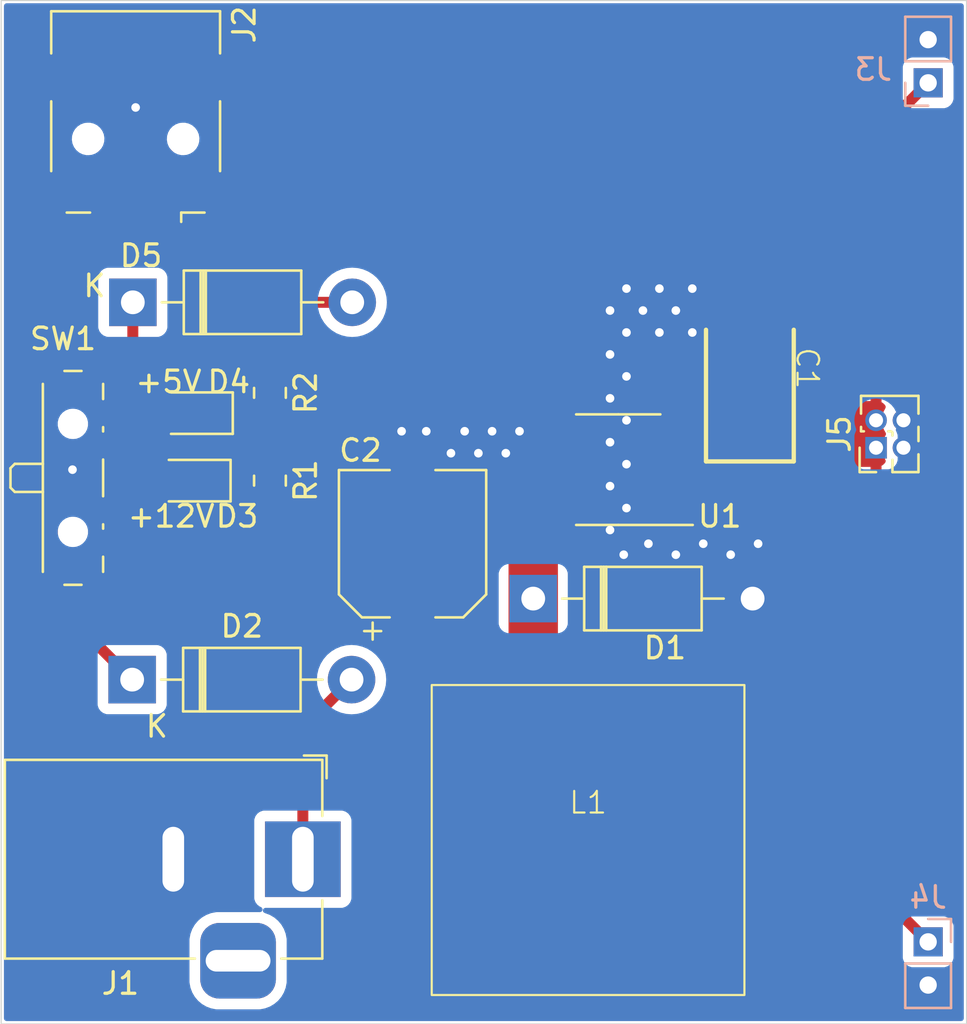
<source format=kicad_pcb>
(kicad_pcb (version 20221018) (generator pcbnew)
  (layers (0 "F.Cu" signal) (31 "B.Cu" signal) (34 "B.Paste" user) (35 "F.Paste" user) (36 "B.SilkS" user "B.Silkscreen") (37 "F.SilkS" user "F.Silkscreen") (38 "B.Mask" user) (39 "F.Mask" user) (44 "Edge.Cuts" user))
  (net 0 "")
  (net 1 "+3V3")
  (net 2 "GND")
  (net 3 "+12V")
  (net 4 "Net-(D1-K)")
  (net 5 "Net-(D2-A)")
  (net 6 "Net-(D3-K)")
  (net 7 "Net-(D4-K)")
  (net 8 "+5V")
  (net 9 "Net-(D5-A)")
  (footprint "CAP_TANTALUM_SMD:595DM_7.8x2.8mm" (layer "F.Cu") (at 67.183 76.708 90)
    (fp_text reference "C1" (at 0 2.667 270 unlocked) (layer "F.SilkS") (effects (font (thickness 0.1))))
    (fp_text value "100u")
    (fp_line (start -4.318 -2.032) (end -4.318 2.032) (stroke (width 0.2)) (layer "F.SilkS"))
    (fp_line (start -4.318 2.032) (end 1.778 2.032) (stroke (width 0.2)) (layer "F.SilkS"))
    (fp_line (start 1.778 -2.032) (end -4.318 -2.032) (stroke (width 0.2)) (layer "F.SilkS"))
    (pad "1" smd roundrect (at -2.8 0 90) (size 2.2 2.8) (layers "F.Cu" "F.Paste" "F.Mask") (net 1 "+3V3"))
    (pad "2" smd roundrect (at 2.8 0 90) (size 2.2 2.8) (layers "F.Cu" "F.Paste" "F.Mask") (net 2 "GND"))
  )
  (footprint "Resistor_SMD:R_0805_2012Metric_Pad1.20x1.40mm_HandSolder" (layer "F.Cu") (at 44.958 77.851 -90)
    (fp_text reference "R2" (at 0 -1.65 90) (layer "F.SilkS"))
    (fp_text value "470" hide)
    (fp_line (start -0.227064 -0.735) (end 0.227064 -0.735) (stroke (width 0.12)) (layer "F.SilkS"))
    (fp_line (start -0.227064 0.735) (end 0.227064 0.735) (stroke (width 0.12)) (layer "F.SilkS"))
    (pad "1" smd roundrect (at -1 0 270) (size 1.2 1.4) (layers "F.Cu" "F.Paste" "F.Mask") (roundrect_rratio 0.208333) (net 7 "Net-(D4-K)"))
    (pad "2" smd roundrect (at 1 0 270) (size 1.2 1.4) (layers "F.Cu" "F.Paste" "F.Mask") (roundrect_rratio 0.208333) (net 2 "GND"))
  )
  (footprint "Connector_USB:USB_Mini-B_Lumberg_2486_01_Horizontal" (layer "F.Cu") (at 38.738 66.096 180)
    (fp_text reference "J2" (at -5.0292 5.2914 90) (layer "F.SilkS"))
    (fp_text value "USB_B_Micro" hide)
    (fp_line (start -3.91 1.74) (end -3.91 -1.49) (stroke (width 0.12)) (layer "F.SilkS"))
    (fp_line (start -3.91 5.91) (end -3.91 3.96) (stroke (width 0.12)) (layer "F.SilkS"))
    (fp_line (start -3.19 -3.41) (end -2.11 -3.41) (stroke (width 0.12)) (layer "F.SilkS"))
    (fp_line (start -2.11 -3.41) (end -2.11 -3.84) (stroke (width 0.12)) (layer "F.SilkS"))
    (fp_line (start 2.11 -3.41) (end 3.19 -3.41) (stroke (width 0.12)) (layer "F.SilkS"))
    (fp_line (start 3.91 1.74) (end 3.91 -1.49) (stroke (width 0.12)) (layer "F.SilkS"))
    (fp_line (start 3.91 5.91) (end -3.91 5.91) (stroke (width 0.12)) (layer "F.SilkS"))
    (fp_line (start 3.91 5.91) (end 3.91 3.96) (stroke (width 0.12)) (layer "F.SilkS"))
    (pad "" np_thru_hole circle (at -2.2 0 180) (size 1 1) (drill 1) (layers "*.Cu" "*.Mask"))
    (pad "" np_thru_hole circle (at 2.2 0 180) (size 1 1) (drill 1) (layers "*.Cu" "*.Mask"))
    (pad "1" smd rect (at -1.6 -2.7 180) (size 0.5 2) (layers "F.Cu" "F.Paste" "F.Mask") (net 9 "Net-(D5-A)"))
    (pad "2" smd rect (at -0.8 -2.7 180) (size 0.5 2) (layers "F.Cu" "F.Paste" "F.Mask"))
    (pad "3" smd rect (at 0 -2.7 180) (size 0.5 2) (layers "F.Cu" "F.Paste" "F.Mask"))
    (pad "4" smd rect (at 0.8 -2.7 180) (size 0.5 2) (layers "F.Cu" "F.Paste" "F.Mask"))
    (pad "5" smd rect (at 1.6 -2.7 180) (size 0.5 2) (layers "F.Cu" "F.Paste" "F.Mask") (net 2 "GND"))
    (pad "6" smd rect (at -4.45 -2.6 180) (size 2 1.7) (layers "F.Cu" "F.Paste" "F.Mask") (net 2 "GND"))
    (pad "6" smd rect (at -4.45 2.85 180) (size 2 1.7) (layers "F.Cu" "F.Paste" "F.Mask") (net 2 "GND"))
    (pad "6" smd rect (at 4.45 -2.6 180) (size 2 1.7) (layers "F.Cu" "F.Paste" "F.Mask") (net 2 "GND"))
    (pad "6" smd rect (at 4.45 2.85 180) (size 2 1.7) (layers "F.Cu" "F.Paste" "F.Mask") (net 2 "GND"))
  )
  (footprint "LED_SMD:LED_0805_2012Metric_Pad1.15x1.40mm_HandSolder" (layer "F.Cu") (at 41.275 81.915 180)
    (fp_text reference "D3" (at -2.159 -1.651) (layer "F.SilkS"))
    (fp_text value "+12V" (at 0.889 -1.651) (layer "F.SilkS"))
    (fp_line (start -1.86 -0.96) (end -1.86 0.96) (stroke (width 0.12)) (layer "F.SilkS"))
    (fp_line (start -1.86 0.96) (end 1 0.96) (stroke (width 0.12)) (layer "F.SilkS"))
    (fp_line (start 1 -0.96) (end -1.86 -0.96) (stroke (width 0.12)) (layer "F.SilkS"))
    (pad "1" smd roundrect (at -1.025 0 180) (size 1.15 1.4) (layers "F.Cu" "F.Paste" "F.Mask") (roundrect_rratio 0.217391) (net 6 "Net-(D3-K)"))
    (pad "2" smd roundrect (at 1.025 0 180) (size 1.15 1.4) (layers "F.Cu" "F.Paste" "F.Mask") (roundrect_rratio 0.217391) (net 3 "+12V"))
  )
  (footprint "Diode_THT:D_DO-41_SOD81_P10.16mm_Horizontal" (layer "F.Cu") (at 57.15 87.376)
    (fp_text reference "D1" (at 6.096 2.286) (layer "F.SilkS"))
    (fp_text value "1N5817")
    (fp_line (start 1.34 0) (end 2.36 0) (stroke (width 0.12)) (layer "F.SilkS"))
    (fp_line (start 2.36 -1.47) (end 2.36 1.47) (stroke (width 0.12)) (layer "F.SilkS"))
    (fp_line (start 2.36 1.47) (end 7.8 1.47) (stroke (width 0.12)) (layer "F.SilkS"))
    (fp_line (start 3.14 -1.47) (end 3.14 1.47) (stroke (width 0.12)) (layer "F.SilkS"))
    (fp_line (start 3.26 -1.47) (end 3.26 1.47) (stroke (width 0.12)) (layer "F.SilkS"))
    (fp_line (start 3.38 -1.47) (end 3.38 1.47) (stroke (width 0.12)) (layer "F.SilkS"))
    (fp_line (start 7.8 -1.47) (end 2.36 -1.47) (stroke (width 0.12)) (layer "F.SilkS"))
    (fp_line (start 7.8 1.47) (end 7.8 -1.47) (stroke (width 0.12)) (layer "F.SilkS"))
    (fp_line (start 8.82 0) (end 7.8 0) (stroke (width 0.12)) (layer "F.SilkS"))
    (pad "1" thru_hole rect (at 0 0) (size 2.2 2.2) (drill 1.1) (layers "*.Cu" "*.Mask") (net 4 "Net-(D1-K)"))
    (pad "2" thru_hole oval (at 10.16 0) (size 2.2 2.2) (drill 1.1) (layers "*.Cu" "*.Mask") (net 2 "GND"))
  )
  (footprint "Diode_THT:D_DO-41_SOD81_P10.16mm_Horizontal" (layer "F.Cu") (at 38.608 73.66)
    (fp_text reference "D5" (at 0.381 -2.159) (layer "F.SilkS"))
    (fp_text value "1N4007")
    (fp_text user "K" (at -1.778 -0.762) (layer "F.SilkS"))
    (fp_line (start 1.34 0) (end 2.36 0) (stroke (width 0.12)) (layer "F.SilkS"))
    (fp_line (start 2.36 -1.47) (end 2.36 1.47) (stroke (width 0.12)) (layer "F.SilkS"))
    (fp_line (start 2.36 1.47) (end 7.8 1.47) (stroke (width 0.12)) (layer "F.SilkS"))
    (fp_line (start 3.14 -1.47) (end 3.14 1.47) (stroke (width 0.12)) (layer "F.SilkS"))
    (fp_line (start 3.26 -1.47) (end 3.26 1.47) (stroke (width 0.12)) (layer "F.SilkS"))
    (fp_line (start 3.38 -1.47) (end 3.38 1.47) (stroke (width 0.12)) (layer "F.SilkS"))
    (fp_line (start 7.8 -1.47) (end 2.36 -1.47) (stroke (width 0.12)) (layer "F.SilkS"))
    (fp_line (start 7.8 1.47) (end 7.8 -1.47) (stroke (width 0.12)) (layer "F.SilkS"))
    (fp_line (start 8.82 0) (end 7.8 0) (stroke (width 0.12)) (layer "F.SilkS"))
    (pad "1" thru_hole rect (at 0 0) (size 2.2 2.2) (drill 1.1) (layers "*.Cu" "*.Mask") (net 8 "+5V"))
    (pad "2" thru_hole oval (at 10.16 0) (size 2.2 2.2) (drill 1.1) (layers "*.Cu" "*.Mask") (net 9 "Net-(D5-A)"))
  )
  (footprint "Diode_THT:D_DO-41_SOD81_P10.16mm_Horizontal" (layer "F.Cu") (at 38.577 91.1275)
    (fp_text reference "D2" (at 5.08 -2.47) (layer "F.SilkS"))
    (fp_text value "1N4007")
    (fp_text user "K" (at 1.143 2.159 180) (layer "F.SilkS"))
    (fp_line (start 1.34 0) (end 2.36 0) (stroke (width 0.12)) (layer "F.SilkS"))
    (fp_line (start 2.36 -1.47) (end 2.36 1.47) (stroke (width 0.12)) (layer "F.SilkS"))
    (fp_line (start 2.36 1.47) (end 7.8 1.47) (stroke (width 0.12)) (layer "F.SilkS"))
    (fp_line (start 3.14 -1.47) (end 3.14 1.47) (stroke (width 0.12)) (layer "F.SilkS"))
    (fp_line (start 3.26 -1.47) (end 3.26 1.47) (stroke (width 0.12)) (layer "F.SilkS"))
    (fp_line (start 3.38 -1.47) (end 3.38 1.47) (stroke (width 0.12)) (layer "F.SilkS"))
    (fp_line (start 7.8 -1.47) (end 2.36 -1.47) (stroke (width 0.12)) (layer "F.SilkS"))
    (fp_line (start 7.8 1.47) (end 7.8 -1.47) (stroke (width 0.12)) (layer "F.SilkS"))
    (fp_line (start 8.82 0) (end 7.8 0) (stroke (width 0.12)) (layer "F.SilkS"))
    (pad "1" thru_hole rect (at 0 0) (size 2.2 2.2) (drill 1.1) (layers "*.Cu" "*.Mask") (net 3 "+12V"))
    (pad "2" thru_hole oval (at 10.16 0) (size 2.2 2.2) (drill 1.1) (layers "*.Cu" "*.Mask") (net 5 "Net-(D2-A)"))
  )
  (footprint "LED_SMD:LED_0805_2012Metric_Pad1.15x1.40mm_HandSolder" (layer "F.Cu") (at 41.3766 78.7908 180)
    (fp_text reference "D4" (at -1.6764 1.4478) (layer "F.SilkS"))
    (fp_text value "+5V" (at 1.1176 1.4478) (layer "F.SilkS"))
    (fp_line (start -1.86 -0.96) (end -1.86 0.96) (stroke (width 0.12)) (layer "F.SilkS"))
    (fp_line (start -1.86 0.96) (end 1 0.96) (stroke (width 0.12)) (layer "F.SilkS"))
    (fp_line (start 1 -0.96) (end -1.86 -0.96) (stroke (width 0.12)) (layer "F.SilkS"))
    (pad "1" smd roundrect (at -1.025 0 180) (size 1.15 1.4) (layers "F.Cu" "F.Paste" "F.Mask") (roundrect_rratio 0.217391) (net 7 "Net-(D4-K)"))
    (pad "2" smd roundrect (at 1.025 0 180) (size 1.15 1.4) (layers "F.Cu" "F.Paste" "F.Mask") (roundrect_rratio 0.217391) (net 8 "+5V"))
  )
  (footprint "Button_Switch_SMD:SW_SP3T_PCM13" (layer "F.Cu") (at 36.162 81.788 -90)
    (fp_text reference "SW1" (at -6.437 0.7872 -180) (layer "F.SilkS"))
    (fp_text value "SW_SP3T" hide)
    (fp_line (start -4.95 -0.07) (end -4.95 0.72) (stroke (width 0.12)) (layer "F.SilkS"))
    (fp_line (start -4.35 -1.07) (end -3.65 -1.07) (stroke (width 0.12)) (layer "F.SilkS"))
    (fp_line (start -4.35 1.72) (end 4.35 1.72) (stroke (width 0.12)) (layer "F.SilkS"))
    (fp_line (start -2.35 -1.07) (end -2.15 -1.07) (stroke (width 0.12)) (layer "F.SilkS"))
    (fp_line (start -0.85 -1.07) (end 0.85 -1.07) (stroke (width 0.12)) (layer "F.SilkS"))
    (fp_line (start -0.65 1.72) (end -0.65 3.02) (stroke (width 0.12)) (layer "F.SilkS"))
    (fp_line (start -0.65 3.02) (end -0.45 3.22) (stroke (width 0.12)) (layer "F.SilkS"))
    (fp_line (start 0.45 3.22) (end -0.45 3.22) (stroke (width 0.12)) (layer "F.SilkS"))
    (fp_line (start 0.65 3.02) (end 0.45 3.22) (stroke (width 0.12)) (layer "F.SilkS"))
    (fp_line (start 0.65 3.02) (end 0.65 1.72) (stroke (width 0.12)) (layer "F.SilkS"))
    (fp_line (start 2.15 -1.07) (end 2.35 -1.07) (stroke (width 0.12)) (layer "F.SilkS"))
    (fp_line (start 3.65 -1.07) (end 4.35 -1.07) (stroke (width 0.12)) (layer "F.SilkS"))
    (fp_line (start 4.95 0.72) (end 4.95 -0.07) (stroke (width 0.12)) (layer "F.SilkS"))
    (pad "" smd rect (at -5.15 -0.78 270) (size 1 0.8) (layers "F.Cu" "F.Paste" "F.Mask"))
    (pad "" smd rect (at -5.15 1.43 270) (size 1 0.8) (layers "F.Cu" "F.Paste" "F.Mask"))
    (pad "" np_thru_hole circle (at -2.5 0.33 270) (size 0.9 0.9) (drill 0.9) (layers "*.Cu" "*.Mask"))
    (pad "" np_thru_hole circle (at 2.5 0.33 270) (size 0.9 0.9) (drill 0.9) (layers "*.Cu" "*.Mask"))
    (pad "" smd rect (at 5.15 -0.78 270) (size 1 0.8) (layers "F.Cu" "F.Paste" "F.Mask"))
    (pad "" smd rect (at 5.15 1.43 270) (size 1 0.8) (layers "F.Cu" "F.Paste" "F.Mask"))
    (pad "1" smd rect (at -3 -1.43 270) (size 0.7 1.5) (layers "F.Cu" "F.Paste" "F.Mask") (net 8 "+5V"))
    (pad "2" smd rect (at -1.5 -1.43 270) (size 0.7 1.5) (layers "F.Cu" "F.Paste" "F.Mask") (net 2 "GND"))
    (pad "3" smd rect (at 1.5 -1.43 270) (size 0.7 1.5) (layers "F.Cu" "F.Paste" "F.Mask") (net 3 "+12V"))
    (pad "4" smd rect (at 3 -1.43 270) (size 0.7 1.5) (layers "F.Cu" "F.Paste" "F.Mask") (net 3 "+12V"))
  )
  (footprint "Inductors:SPM2007_LCI-37" (layer "F.Cu") (at 59.69 98.552)
    (fp_text reference "L1" (at 0 -1.73 unlocked) (layer "F.SilkS") (effects (font (thickness 0.1))))
    (fp_text value "100u")
    (fp_rect (start -7.24 -7.175) (end 7.24 7.175) (stroke (width 0.1)) (fill none) (layer "F.SilkS"))
    (pad "1" smd roundrect (at -5.84 0) (size 3.04 13.21) (layers "F.Cu" "F.Paste" "F.Mask") (net 4 "Net-(D1-K)"))
    (pad "2" smd roundrect (at 5.84 0) (size 3.04 13.21) (layers "F.Cu" "F.Paste" "F.Mask") (net 1 "+3V3"))
  )
  (footprint "Connector_BarrelJack:BarrelJack_Horizontal" (layer "F.Cu") (at 46.482 99.441)
    (fp_text reference "J1" (at -8.45 5.75) (layer "F.SilkS"))
    (fp_text value "Barrel_Jack" hide)
    (fp_line (start -13.8 -4.6) (end 0.9 -4.6) (stroke (width 0.12)) (layer "F.SilkS"))
    (fp_line (start -13.8 4.6) (end -13.8 -4.6) (stroke (width 0.12)) (layer "F.SilkS"))
    (fp_line (start -5 4.6) (end -13.8 4.6) (stroke (width 0.12)) (layer "F.SilkS"))
    (fp_line (start 0.05 -4.8) (end 1.1 -4.8) (stroke (width 0.12)) (layer "F.SilkS"))
    (fp_line (start 0.9 -4.6) (end 0.9 -2) (stroke (width 0.12)) (layer "F.SilkS"))
    (fp_line (start 0.9 1.9) (end 0.9 4.6) (stroke (width 0.12)) (layer "F.SilkS"))
    (fp_line (start 0.9 4.6) (end -1 4.6) (stroke (width 0.12)) (layer "F.SilkS"))
    (fp_line (start 1.1 -3.75) (end 1.1 -4.8) (stroke (width 0.12)) (layer "F.SilkS"))
    (pad "1" thru_hole rect (at 0 0) (size 3.5 3.5) (drill oval 1 3) (layers "*.Cu" "*.Mask") (net 5 "Net-(D2-A)"))
    (pad "2" thru_hole roundrect (at -6 0) (size 3 3.5) (drill oval 1 3) (layers "*.Cu" "*.Mask") (net 2 "GND"))
    (pad "3" thru_hole roundrect (at -3 4.7) (size 3.5 3.5) (drill oval 3 1) (layers "*.Cu" "*.Mask"))
  )
  (footprint "Package_SO:SOIC-8_3.9x4.9mm_P1.27mm" (layer "F.Cu") (at 61.087 81.407 180)
    (fp_text reference "U1" (at -4.699 -2.159) (layer "F.SilkS"))
    (fp_text value "LM2594M-3.3" hide)
    (fp_line (start 0 -2.56) (end -3.45 -2.56) (stroke (width 0.12)) (layer "F.SilkS"))
    (fp_line (start 0 -2.56) (end 1.95 -2.56) (stroke (width 0.12)) (layer "F.SilkS"))
    (fp_line (start 0 2.56) (end -1.95 2.56) (stroke (width 0.12)) (layer "F.SilkS"))
    (fp_line (start 0 2.56) (end 1.95 2.56) (stroke (width 0.12)) (layer "F.SilkS"))
    (pad "1" smd roundrect (at -2.475 -1.905 180) (size 1.95 0.6) (layers "F.Cu" "F.Paste" "F.Mask"))
    (pad "2" smd roundrect (at -2.475 -0.635 180) (size 1.95 0.6) (layers "F.Cu" "F.Paste" "F.Mask"))
    (pad "3" smd roundrect (at -2.475 0.635 180) (size 1.95 0.6) (layers "F.Cu" "F.Paste" "F.Mask"))
    (pad "4" smd roundrect (at -2.475 1.905 180) (size 1.95 0.6) (layers "F.Cu" "F.Paste" "F.Mask") (net 1 "+3V3"))
    (pad "5" smd roundrect (at 2.475 1.905 180) (size 1.95 0.6) (layers "F.Cu" "F.Paste" "F.Mask") (net 2 "GND"))
    (pad "6" smd roundrect (at 2.475 0.635 180) (size 1.95 0.6) (layers "F.Cu" "F.Paste" "F.Mask") (net 2 "GND"))
    (pad "7" smd roundrect (at 2.475 -0.635 180) (size 1.95 0.6) (layers "F.Cu" "F.Paste" "F.Mask") (net 3 "+12V"))
    (pad "8" smd roundrect (at 2.475 -1.905 180) (size 1.95 0.6) (layers "F.Cu" "F.Paste" "F.Mask") (net 4 "Net-(D1-K)"))
  )
  (footprint "Capacitor_SMD:CP_Elec_6.3x5.8" (layer "F.Cu") (at 51.562 84.836 90)
    (fp_text reference "C2" (at 4.318 -2.413) (layer "F.SilkS"))
    (fp_text value "68u")
    (fp_line (start -4.4375 -1.8475) (end -3.65 -1.8475) (stroke (width 0.12)) (layer "F.SilkS"))
    (fp_line (start -4.04375 -2.24125) (end -4.04375 -1.45375) (stroke (width 0.12)) (layer "F.SilkS"))
    (fp_line (start -3.41 -2.345563) (end -3.41 -1.06) (stroke (width 0.12)) (layer "F.SilkS"))
    (fp_line (start -3.41 -2.345563) (end -2.345563 -3.41) (stroke (width 0.12)) (layer "F.SilkS"))
    (fp_line (start -3.41 2.345563) (end -3.41 1.06) (stroke (width 0.12)) (layer "F.SilkS"))
    (fp_line (start -3.41 2.345563) (end -2.345563 3.41) (stroke (width 0.12)) (layer "F.SilkS"))
    (fp_line (start -2.345563 -3.41) (end 3.41 -3.41) (stroke (width 0.12)) (layer "F.SilkS"))
    (fp_line (start -2.345563 3.41) (end 3.41 3.41) (stroke (width 0.12)) (layer "F.SilkS"))
    (fp_line (start 3.41 -3.41) (end 3.41 -1.06) (stroke (width 0.12)) (layer "F.SilkS"))
    (fp_line (start 3.41 3.41) (end 3.41 1.06) (stroke (width 0.12)) (layer "F.SilkS"))
    (pad "1" smd roundrect (at -2.7 0 90) (size 3.5 1.6) (layers "F.Cu" "F.Paste" "F.Mask") (roundrect_rratio 0.15625) (net 3 "+12V"))
    (pad "2" smd roundrect (at 2.7 0 90) (size 3.5 1.6) (layers "F.Cu" "F.Paste" "F.Mask") (roundrect_rratio 0.15625) (net 2 "GND"))
  )
  (footprint "Connector_PinHeader_1.27mm:PinHeader_2x02_P1.27mm_Vertical" (layer "F.Cu") (at 73.025 80.391 90)
    (fp_text reference "J5" (at 0.635 -1.695 90) (layer "F.SilkS"))
    (fp_text value "Conn_02x02_Counter_Clockwise" hide)
    (fp_line (start -1.13 -0.76) (end 0 -0.76) (stroke (width 0.12)) (layer "F.SilkS"))
    (fp_line (start -1.13 0) (end -1.13 -0.76) (stroke (width 0.12)) (layer "F.SilkS"))
    (fp_line (start -1.13 0.76) (end -1.13 1.965) (stroke (width 0.12)) (layer "F.SilkS"))
    (fp_line (start -1.13 0.76) (end -0.563471 0.76) (stroke (width 0.12)) (layer "F.SilkS"))
    (fp_line (start -1.13 1.965) (end -0.30753 1.965) (stroke (width 0.12)) (layer "F.SilkS"))
    (fp_line (start 0.30753 1.965) (end 0.96247 1.965) (stroke (width 0.12)) (layer "F.SilkS"))
    (fp_line (start 0.563471 0.76) (end 0.706529 0.76) (stroke (width 0.12)) (layer "F.SilkS"))
    (fp_line (start 0.76 -0.695) (end 0.96247 -0.695) (stroke (width 0.12)) (layer "F.SilkS"))
    (fp_line (start 0.76 -0.563471) (end 0.76 -0.695) (stroke (width 0.12)) (layer "F.SilkS"))
    (fp_line (start 0.76 0.706529) (end 0.76 0.563471) (stroke (width 0.12)) (layer "F.SilkS"))
    (fp_line (start 1.57753 -0.695) (end 2.4 -0.695) (stroke (width 0.12)) (layer "F.SilkS"))
    (fp_line (start 1.57753 1.965) (end 2.4 1.965) (stroke (width 0.12)) (layer "F.SilkS"))
    (fp_line (start 2.4 -0.695) (end 2.4 1.965) (stroke (width 0.12)) (layer "F.SilkS"))
    (pad "1" thru_hole rect (at 0 0 90) (size 1 1) (drill 0.65) (layers "*.Cu" "*.Mask") (net 1 "+3V3"))
    (pad "2" thru_hole oval (at 1.27 0 90) (size 1 1) (drill 0.65) (layers "*.Cu" "*.Mask") (net 1 "+3V3"))
    (pad "3" thru_hole oval (at 0 1.27 90) (size 1 1) (drill 0.65) (layers "*.Cu" "*.Mask") (net 2 "GND"))
    (pad "4" thru_hole oval (at 1.27 1.27 90) (size 1 1) (drill 0.65) (layers "*.Cu" "*.Mask") (net 2 "GND"))
  )
  (footprint "Resistor_SMD:R_0805_2012Metric_Pad1.20x1.40mm_HandSolder" (layer "F.Cu") (at 44.958 81.915 90)
    (fp_text reference "R1" (at 0 1.651 90) (layer "F.SilkS"))
    (fp_text value "470" hide)
    (fp_line (start -0.227064 -0.735) (end 0.227064 -0.735) (stroke (width 0.12)) (layer "F.SilkS"))
    (fp_line (start -0.227064 0.735) (end 0.227064 0.735) (stroke (width 0.12)) (layer "F.SilkS"))
    (pad "1" smd roundrect (at -1 0 90) (size 1.2 1.4) (layers "F.Cu" "F.Paste" "F.Mask") (roundrect_rratio 0.208333) (net 6 "Net-(D3-K)"))
    (pad "2" smd roundrect (at 1 0 90) (size 1.2 1.4) (layers "F.Cu" "F.Paste" "F.Mask") (roundrect_rratio 0.208333) (net 2 "GND"))
  )
  (footprint "Connector_PinHeader_2.00mm:PinHeader_1x02_P2.00mm_Vertical" (layer "B.Cu") (at 75.438 103.267 180)
    (fp_text reference "J4" (at 0 2.06) (layer "B.SilkS") (effects (justify mirror)))
    (fp_text value "Conn_01x02_Pin" hide)
    (fp_line (start -1.06 -3.06) (end 1.06 -3.06) (stroke (width 0.12)) (layer "B.SilkS"))
    (fp_line (start -1.06 -1) (end -1.06 -3.06) (stroke (width 0.12)) (layer "B.SilkS"))
    (fp_line (start -1.06 -1) (end 1.06 -1) (stroke (width 0.12)) (layer "B.SilkS"))
    (fp_line (start -1.06 0) (end -1.06 1.06) (stroke (width 0.12)) (layer "B.SilkS"))
    (fp_line (start -1.06 1.06) (end 0 1.06) (stroke (width 0.12)) (layer "B.SilkS"))
    (fp_line (start 1.06 -1) (end 1.06 -3.06) (stroke (width 0.12)) (layer "B.SilkS"))
    (pad "1" thru_hole rect (at 0 0 180) (size 1.35 1.35) (drill 0.8) (layers "*.Cu" "*.Mask") (net 1 "+3V3"))
    (pad "2" thru_hole oval (at 0 -2 180) (size 1.35 1.35) (drill 0.8) (layers "*.Cu" "*.Mask") (net 2 "GND"))
  )
  (footprint "Connector_PinHeader_2.00mm:PinHeader_1x02_P2.00mm_Vertical" (layer "B.Cu") (at 75.438 63.5)
    (fp_text reference "J3" (at -2.54 -0.619) (layer "B.SilkS") (effects (justify mirror)))
    (fp_text value "Conn_01x02_Pin" hide)
    (fp_line (start -1.06 -3.06) (end 1.06 -3.06) (stroke (width 0.12)) (layer "B.SilkS"))
    (fp_line (start -1.06 -1) (end -1.06 -3.06) (stroke (width 0.12)) (layer "B.SilkS"))
    (fp_line (start -1.06 -1) (end 1.06 -1) (stroke (width 0.12)) (layer "B.SilkS"))
    (fp_line (start -1.06 0) (end -1.06 1.06) (stroke (width 0.12)) (layer "B.SilkS"))
    (fp_line (start -1.06 1.06) (end 0 1.06) (stroke (width 0.12)) (layer "B.SilkS"))
    (fp_line (start 1.06 -1) (end 1.06 -3.06) (stroke (width 0.12)) (layer "B.SilkS"))
    (pad "1" thru_hole rect (at 0 0) (size 1.35 1.35) (drill 0.8) (layers "*.Cu" "*.Mask") (net 1 "+3V3"))
    (pad "2" thru_hole oval (at 0 -2) (size 1.35 1.35) (drill 0.8) (layers "*.Cu" "*.Mask") (net 2 "GND"))
  )
  (gr_poly (pts (xy 32.512 59.69) (xy 77.216 59.69) (xy 77.216 63.5) (xy 77.216 67.437) (xy 77.216 97.536) (xy 77.216 101.473) (xy 77.216 107.061) (xy 32.512 107.061)) (stroke (width 0.05)) (fill none) (layer "Edge.Cuts"))
  (segment (start 73.025 79.121) (end 73.025 65.913) (width 0.508) (layer "F.Cu") (net 1))
  (segment (start 73.025 65.913) (end 75.438 63.5) (width 0.508) (layer "F.Cu") (net 1))
  (segment (start 73.025 80.391) (end 73.025 100.854) (width 0.508) (layer "F.Cu") (net 1))
  (segment (start 73.025 100.854) (end 75.438 103.267) (width 0.508) (layer "F.Cu") (net 1))
  (segment (start 43.188 63.246) (end 40.132 63.246) (width 0.508) (layer "F.Cu") (net 2))
  (segment (start 37.592 80.288) (end 44.331 80.288) (width 0.508) (layer "F.Cu") (net 2))
  (segment (start 37.138 68.796) (end 34.388 68.796) (width 0.508) (layer "F.Cu") (net 2))
  (segment (start 37.138 66.91587) (end 38.738 65.31587) (width 0.508) (layer "F.Cu") (net 2))
  (segment (start 37.344 63.246) (end 38.738 64.64) (width 0.508) (layer "F.Cu") (net 2))
  (segment (start 34.388 68.796) (end 34.288 68.696) (width 0.508) (layer "F.Cu") (net 2))
  (segment (start 37.592 80.288) (end 36.933 80.288) (width 0.508) (layer "F.Cu") (net 2))
  (segment (start 44.958 79.661) (end 44.331 80.288) (width 0.508) (layer "F.Cu") (net 2))
  (segment (start 43.188 68.696) (end 41.834 67.342) (width 0.508) (layer "F.Cu") (net 2))
  (segment (start 40.76413 67.342) (end 38.738 65.31587) (width 0.508) (layer "F.Cu") (net 2))
  (segment (start 40.132 63.246) (end 38.738 64.64) (width 0.508) (layer "F.Cu") (net 2))
  (segment (start 44.958 78.851) (end 44.958 79.661) (width 0.508) (layer "F.Cu") (net 2))
  (segment (start 36.933 80.288) (end 35.814 81.407) (width 0.508) (layer "F.Cu") (net 2))
  (segment (start 37.138 68.796) (end 37.138 66.91587) (width 0.508) (layer "F.Cu") (net 2))
  (segment (start 38.738 65.31587) (end 38.738 64.64) (width 0.508) (layer "F.Cu") (net 2))
  (segment (start 44.331 80.288) (end 44.958 80.915) (width 0.508) (layer "F.Cu") (net 2))
  (segment (start 34.288 63.246) (end 37.344 63.246) (width 0.508) (layer "F.Cu") (net 2))
  (segment (start 41.834 67.342) (end 40.76413 67.342) (width 0.508) (layer "F.Cu") (net 2))
  (via (at 64.516 75.057) (size 0.8) (drill 0.4) (layers "F.Cu" "B.Cu") (net 2))
  (via (at 61.468 77.089) (size 0.8) (drill 0.4) (layers "F.Cu" "B.Cu") (net 2))
  (via (at 54.61 80.645) (size 0.8) (drill 0.4) (layers "F.Cu" "B.Cu") (net 2))
  (via (at 61.468 83.185) (size 0.8) (drill 0.4) (layers "F.Cu" "B.Cu") (net 2))
  (via (at 61.468 75.057) (size 0.8) (drill 0.4) (layers "F.Cu" "B.Cu") (net 2))
  (via (at 63.754 74.041) (size 0.8) (drill 0.4) (layers "F.Cu" "B.Cu") (net 2))
  (via (at 65.024 84.836) (size 0.8) (drill 0.4) (layers "F.Cu" "B.Cu") (net 2))
  (via (at 35.814 81.407) (size 0.8) (drill 0.4) (layers "F.Cu" "B.Cu") (net 2))
  (via (at 53.34 80.645) (size 0.8) (drill 0.4) (layers "F.Cu" "B.Cu") (net 2))
  (via (at 62.992 75.057) (size 0.8) (drill 0.4) (layers "F.Cu" "B.Cu") (net 2))
  (via (at 60.706 84.201) (size 0.8) (drill 0.4) (layers "F.Cu" "B.Cu") (net 2))
  (via (at 60.706 82.169) (size 0.8) (drill 0.4) (layers "F.Cu" "B.Cu") (net 2))
  (via (at 62.484 84.836) (size 0.8) (drill 0.4) (layers "F.Cu" "B.Cu") (net 2))
  (via (at 62.23 74.041) (size 0.8) (drill 0.4) (layers "F.Cu" "B.Cu") (net 2))
  (via (at 52.197 79.629) (size 0.8) (drill 0.4) (layers "F.Cu" "B.Cu") (net 2))
  (via (at 62.992 73.025) (size 0.8) (drill 0.4) (layers "F.Cu" "B.Cu") (net 2))
  (via (at 55.88 80.645) (size 0.8) (drill 0.4) (layers "F.Cu" "B.Cu") (net 2))
  (via (at 51.054 79.629) (size 0.8) (drill 0.4) (layers "F.Cu" "B.Cu") (net 2))
  (via (at 61.341 85.344) (size 0.8) (drill 0.4) (layers "F.Cu" "B.Cu") (net 2))
  (via (at 60.706 80.137) (size 0.8) (drill 0.4) (layers "F.Cu" "B.Cu") (net 2))
  (via (at 38.738 64.64) (size 0.8) (drill 0.4) (layers "F.Cu" "B.Cu") (net 2))
  (via (at 63.754 85.344) (size 0.8) (drill 0.4) (layers "F.Cu" "B.Cu") (net 2))
  (via (at 64.516 73.025) (size 0.8) (drill 0.4) (layers "F.Cu" "B.Cu") (net 2))
  (via (at 60.706 76.073) (size 0.8) (drill 0.4) (layers "F.Cu" "B.Cu") (net 2))
  (via (at 61.468 73.025) (size 0.8) (drill 0.4) (layers "F.Cu" "B.Cu") (net 2))
  (via (at 60.706 78.105) (size 0.8) (drill 0.4) (layers "F.Cu" "B.Cu") (net 2))
  (via (at 66.294 85.344) (size 0.8) (drill 0.4) (layers "F.Cu" "B.Cu") (net 2))
  (via (at 67.564 84.836) (size 0.8) (drill 0.4) (layers "F.Cu" "B.Cu") (net 2))
  (via (at 61.468 81.153) (size 0.8) (drill 0.4) (layers "F.Cu" "B.Cu") (net 2))
  (via (at 61.468 79.121) (size 0.8) (drill 0.4) (layers "F.Cu" "B.Cu") (net 2))
  (via (at 55.245 79.629) (size 0.8) (drill 0.4) (layers "F.Cu" "B.Cu") (net 2))
  (via (at 56.515 79.629) (size 0.8) (drill 0.4) (layers "F.Cu" "B.Cu") (net 2))
  (via (at 60.706 74.041) (size 0.8) (drill 0.4) (layers "F.Cu" "B.Cu") (net 2))
  (via (at 53.975 79.629) (size 0.8) (drill 0.4) (layers "F.Cu" "B.Cu") (net 2))
  (segment (start 38.877 83.288) (end 40.25 81.915) (width 0.508) (layer "F.Cu") (net 3))
  (segment (start 35.586 85.497) (end 34.878 84.789) (width 0.508) (layer "F.Cu") (net 3))
  (segment (start 34.878 83.867) (end 35.457 83.288) (width 0.508) (layer "F.Cu") (net 3))
  (segment (start 38.577 91.1275) (end 35.586 88.1365) (width 0.508) (layer "F.Cu") (net 3))
  (segment (start 35.457 83.288) (end 37.592 83.288) (width 0.508) (layer "F.Cu") (net 3))
  (segment (start 35.586 88.1365) (end 35.586 85.497) (width 0.508) (layer "F.Cu") (net 3))
  (segment (start 34.878 84.789) (end 34.878 83.867) (width 0.508) (layer "F.Cu") (net 3))
  (segment (start 37.592 83.288) (end 38.877 83.288) (width 0.508) (layer "F.Cu") (net 3))
  (segment (start 46.482 99.441) (end 46.482 93.3825) (width 0.508) (layer "F.Cu") (net 5))
  (segment (start 46.482 93.3825) (end 48.737 91.1275) (width 0.508) (layer "F.Cu") (net 5))
  (segment (start 43.958 81.915) (end 44.958 82.915) (width 0.508) (layer "F.Cu") (net 6))
  (segment (start 42.3 81.915) (end 43.958 81.915) (width 0.508) (layer "F.Cu") (net 6))
  (segment (start 42.4016 78.7908) (end 43.0182 78.7908) (width 0.508) (layer "F.Cu") (net 7))
  (segment (start 43.0182 78.7908) (end 44.958 76.851) (width 0.508) (layer "F.Cu") (net 7))
  (segment (start 37.592 78.788) (end 40.3488 78.788) (width 0.508) (layer "F.Cu") (net 8))
  (segment (start 40.3488 78.788) (end 40.3516 78.7908) (width 0.508) (layer "F.Cu") (net 8))
  (segment (start 38.608 77.772) (end 38.608 73.66) (width 0.508) (layer "F.Cu") (net 8))
  (segment (start 38.608 77.772) (end 37.592 78.788) (width 0.508) (layer "F.Cu") (net 8))
  (segment (start 40.338 69.546) (end 44.452 73.66) (width 0.508) (layer "F.Cu") (net 9))
  (segment (start 40.338 68.796) (end 40.338 69.546) (width 0.508) (layer "F.Cu") (net 9))
  (segment (start 44.452 73.66) (end 48.768 73.66) (width 0.508) (layer "F.Cu") (net 9))
  (zone (net 3) (net_name "+12V") (layer "F.Cu") (connect_pads yes (clearance 0.5)) (min_thickness 0.25) (fill yes (thermal_gap 0.5) (thermal_bridge_width 0.5) (smoothing fillet) (radius 0.3048))
    (polygon (pts (xy 59.69 81.661) (xy 59.69 82.423) (xy 54.864 82.423) (xy 54.864 85.598) (xy 52.705 85.598) (xy 52.705 89.535) (xy 50.419 89.535) (xy 50.419 85.598) (xy 45.466 85.598) (xy 38.608 85.598) (xy 36.703 85.598) (xy 36.703 84.328) (xy 53.594 84.328) (xy 53.594 81.661)))
  )
  (zone (net 1) (net_name "+3V3") (layer "F.Cu") (priority 3) (connect_pads yes (clearance 0.5)) (min_thickness 0.25) (fill yes (thermal_gap 0.5) (thermal_bridge_width 0.5) (smoothing fillet) (radius 0.4572))
    (polygon (pts (xy 62.484 78.232) (xy 73.533 78.232) (xy 73.533 81.28) (xy 71.882 81.28) (xy 71.882 105.537) (xy 63.5 105.537) (xy 63.5 91.567) (xy 69.342 91.567) (xy 69.342 80.899) (xy 65.151 80.899) (xy 65.151 80.01) (xy 62.484 80.01)))
  )
  (zone (net 4) (net_name "Net-(D1-K)") (layer "F.Cu") (priority 1) (connect_pads yes (clearance 0.5)) (min_thickness 0.25) (fill yes (thermal_gap 0.5) (thermal_bridge_width 0.5) (smoothing fillet) (radius 0.3048))
    (polygon (pts (xy 56.007 85.979) (xy 56.007 90.17) (xy 52.07 90.17) (xy 52.07 105.537) (xy 55.626 105.537) (xy 55.626 91.821) (xy 58.293 91.821) (xy 58.293 83.693) (xy 59.817 83.693) (xy 59.817 82.931) (xy 56.007 82.931)))
  )
  (zone (net 2) (net_name "GND") (layer "F.Cu") (priority 2) (connect_pads yes (clearance 0.5)) (min_thickness 0.25) (fill yes (thermal_gap 0.5) (thermal_bridge_width 0.5) (smoothing fillet) (radius 0.381))
    (polygon (pts (xy 50.419 83.947) (xy 52.705 83.947) (xy 52.705 81.153) (xy 60.198 81.153) (xy 60.198 85.852) (xy 65.913 85.852) (xy 65.913 88.9) (xy 68.707 88.9) (xy 68.707 84.328) (xy 61.976 84.328) (xy 61.976 75.565) (xy 68.834 75.565) (xy 68.834 72.517) (xy 60.198 72.517) (xy 60.198 78.994) (xy 50.419 78.994)))
  )
  (zone (net 2) (net_name "GND") (layer "B.Cu") (priority 4) (connect_pads yes (clearance 0.5)) (min_thickness 0.25) (fill yes (thermal_gap 0.5) (thermal_bridge_width 0.5))
    (polygon (pts (xy 32.639 59.817) (xy 77.089 59.817) (xy 77.089 106.934) (xy 32.639 106.934)))
  )
)
</source>
